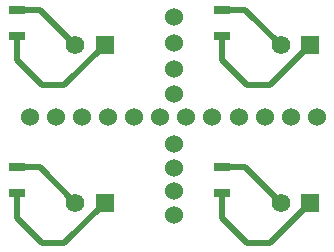
<source format=gtl>
G04*
G04 #@! TF.GenerationSoftware,Altium Limited,Altium Designer,22.1.2 (22)*
G04*
G04 Layer_Physical_Order=1*
G04 Layer_Color=255*
%FSLAX25Y25*%
%MOIN*%
G70*
G04*
G04 #@! TF.SameCoordinates,A84A231E-1FB4-490D-AB1D-95A42E3D9FFD*
G04*
G04*
G04 #@! TF.FilePolarity,Positive*
G04*
G01*
G75*
%ADD10R,0.05709X0.02953*%
%ADD11C,0.02000*%
%ADD12C,0.06000*%
%ADD13C,0.06201*%
%ADD14R,0.06201X0.06201*%
D10*
X209000Y167031D02*
D03*
Y175692D02*
D03*
X277500Y167031D02*
D03*
Y175692D02*
D03*
X209000Y219531D02*
D03*
Y228192D02*
D03*
X277500Y219531D02*
D03*
Y228192D02*
D03*
D11*
X209000Y158879D02*
Y167031D01*
Y158879D02*
X217379Y150500D01*
X209000Y175692D02*
X216819D01*
X228579Y163933D01*
X217379Y150500D02*
X224988D01*
X238421Y163933D01*
X277500Y158879D02*
Y167031D01*
Y158879D02*
X285879Y150500D01*
X277500Y175692D02*
X285319D01*
X297079Y163933D01*
X285879Y150500D02*
X293488D01*
X306921Y163933D01*
X209000Y211379D02*
Y219531D01*
Y211379D02*
X217379Y203000D01*
X209000Y228192D02*
X216819D01*
X228579Y216433D01*
X217379Y203000D02*
X224988D01*
X238421Y216433D01*
X277500Y211379D02*
Y219531D01*
Y211379D02*
X285879Y203000D01*
X277500Y228192D02*
X285319D01*
X297079Y216433D01*
X285879Y203000D02*
X293488D01*
X306921Y216433D01*
D12*
X261500Y167700D02*
D03*
Y175600D02*
D03*
Y183500D02*
D03*
Y159800D02*
D03*
Y200000D02*
D03*
Y208600D02*
D03*
Y217200D02*
D03*
Y225800D02*
D03*
X230800Y192500D02*
D03*
X309100D02*
D03*
X300400D02*
D03*
X291700D02*
D03*
X283000D02*
D03*
X274300D02*
D03*
X265600D02*
D03*
X256900D02*
D03*
X248200D02*
D03*
X239500D02*
D03*
X222100D02*
D03*
X213400D02*
D03*
D13*
X228579Y163933D02*
D03*
X297079D02*
D03*
X228579Y216433D02*
D03*
X297079D02*
D03*
D14*
X238421Y163933D02*
D03*
X306921D02*
D03*
X238421Y216433D02*
D03*
X306921D02*
D03*
M02*

</source>
